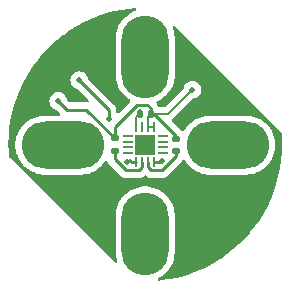
<source format=gbr>
%TF.GenerationSoftware,KiCad,Pcbnew,8.0.2*%
%TF.CreationDate,2024-07-18T23:51:49-05:00*%
%TF.ProjectId,MT6701,4d543637-3031-42e6-9b69-6361645f7063,rev?*%
%TF.SameCoordinates,Original*%
%TF.FileFunction,Copper,L1,Top*%
%TF.FilePolarity,Positive*%
%FSLAX46Y46*%
G04 Gerber Fmt 4.6, Leading zero omitted, Abs format (unit mm)*
G04 Created by KiCad (PCBNEW 8.0.2) date 2024-07-18 23:51:49*
%MOMM*%
%LPD*%
G01*
G04 APERTURE LIST*
G04 Aperture macros list*
%AMRoundRect*
0 Rectangle with rounded corners*
0 $1 Rounding radius*
0 $2 $3 $4 $5 $6 $7 $8 $9 X,Y pos of 4 corners*
0 Add a 4 corners polygon primitive as box body*
4,1,4,$2,$3,$4,$5,$6,$7,$8,$9,$2,$3,0*
0 Add four circle primitives for the rounded corners*
1,1,$1+$1,$2,$3*
1,1,$1+$1,$4,$5*
1,1,$1+$1,$6,$7*
1,1,$1+$1,$8,$9*
0 Add four rect primitives between the rounded corners*
20,1,$1+$1,$2,$3,$4,$5,0*
20,1,$1+$1,$4,$5,$6,$7,0*
20,1,$1+$1,$6,$7,$8,$9,0*
20,1,$1+$1,$8,$9,$2,$3,0*%
G04 Aperture macros list end*
%TA.AperFunction,ComponentPad*%
%ADD10O,7.000000X4.000000*%
%TD*%
%TA.AperFunction,ComponentPad*%
%ADD11O,4.000000X7.000000*%
%TD*%
%TA.AperFunction,SMDPad,CuDef*%
%ADD12RoundRect,0.062500X-0.350000X-0.062500X0.350000X-0.062500X0.350000X0.062500X-0.350000X0.062500X0*%
%TD*%
%TA.AperFunction,SMDPad,CuDef*%
%ADD13RoundRect,0.062500X-0.062500X-0.350000X0.062500X-0.350000X0.062500X0.350000X-0.062500X0.350000X0*%
%TD*%
%TA.AperFunction,HeatsinkPad*%
%ADD14R,1.700000X1.700000*%
%TD*%
%TA.AperFunction,SMDPad,CuDef*%
%ADD15RoundRect,0.135000X-0.185000X0.135000X-0.185000X-0.135000X0.185000X-0.135000X0.185000X0.135000X0*%
%TD*%
%TA.AperFunction,SMDPad,CuDef*%
%ADD16RoundRect,0.140000X0.140000X0.170000X-0.140000X0.170000X-0.140000X-0.170000X0.140000X-0.170000X0*%
%TD*%
%TA.AperFunction,ViaPad*%
%ADD17C,0.500000*%
%TD*%
%TA.AperFunction,Conductor*%
%ADD18C,0.250000*%
%TD*%
%TA.AperFunction,Conductor*%
%ADD19C,0.130000*%
%TD*%
G04 APERTURE END LIST*
D10*
%TO.P,REF\u002A\u002A,1*%
%TO.N,N/C*%
X143000000Y-150050000D03*
D11*
X150000000Y-142550000D03*
X150000000Y-157550000D03*
D10*
X157000000Y-150050000D03*
%TD*%
D12*
%TO.P,U1,1,NC*%
%TO.N,unconnected-(U1-NC-Pad1)*%
X148537500Y-149250000D03*
%TO.P,U1,2,NC*%
%TO.N,unconnected-(U1-NC-Pad2)*%
X148537500Y-149750000D03*
%TO.P,U1,3,NC*%
%TO.N,unconnected-(U1-NC-Pad3)*%
X148537500Y-150250000D03*
%TO.P,U1,4,NC*%
%TO.N,unconnected-(U1-NC-Pad4)*%
X148537500Y-150750000D03*
D13*
%TO.P,U1,5,PUSH*%
%TO.N,Net-(U1-PUSH)*%
X149250000Y-151462500D03*
%TO.P,U1,6,A*%
%TO.N,/SDA{slash}DO*%
X149750000Y-151462500D03*
%TO.P,U1,7,B*%
%TO.N,/SCL{slash}CLK*%
X150250000Y-151462500D03*
%TO.P,U1,8,Z*%
%TO.N,/VDD{slash}CSN*%
X150750000Y-151462500D03*
D12*
%TO.P,U1,9,W*%
%TO.N,unconnected-(U1-W-Pad9)*%
X151462500Y-150750000D03*
%TO.P,U1,10,NC*%
%TO.N,unconnected-(U1-NC-Pad10)*%
X151462500Y-150250000D03*
%TO.P,U1,11,U*%
%TO.N,unconnected-(U1-U-Pad11)*%
X151462500Y-149750000D03*
%TO.P,U1,12,V*%
%TO.N,unconnected-(U1-V-Pad12)*%
X151462500Y-149250000D03*
D13*
%TO.P,U1,13,VDD*%
%TO.N,+5V*%
X150750000Y-148537500D03*
%TO.P,U1,14,MODE*%
X150250000Y-148537500D03*
%TO.P,U1,15,OUT*%
%TO.N,unconnected-(U1-OUT-Pad15)*%
X149750000Y-148537500D03*
%TO.P,U1,16,GND*%
%TO.N,GND*%
X149250000Y-148537500D03*
D14*
%TO.P,U1,17,GND*%
X150000000Y-150000000D03*
%TD*%
D15*
%TO.P,R2,1*%
%TO.N,+5V*%
X147400000Y-149490000D03*
%TO.P,R2,2*%
%TO.N,/SDA{slash}DO*%
X147400000Y-150510000D03*
%TD*%
%TO.P,R1,1*%
%TO.N,+5V*%
X152600000Y-149540000D03*
%TO.P,R1,2*%
%TO.N,/SCL{slash}CLK*%
X152600000Y-150560000D03*
%TD*%
D16*
%TO.P,C1,1*%
%TO.N,+5V*%
X150480000Y-147400000D03*
%TO.P,C1,2*%
%TO.N,GND*%
X149520000Y-147400000D03*
%TD*%
D17*
%TO.N,/SCL{slash}CLK*%
X146900000Y-147850000D03*
X152600000Y-150560000D03*
X144408148Y-144558148D03*
%TO.N,GND*%
X149500000Y-149500000D03*
X146200000Y-142850000D03*
X149591197Y-147241197D03*
X153250000Y-142350000D03*
X140200000Y-146250000D03*
X150500000Y-150500000D03*
X146350000Y-140200000D03*
X150500000Y-149500000D03*
X149771006Y-149987122D03*
%TO.N,/SDA{slash}DO*%
X147400000Y-150510000D03*
%TO.N,/VDD{slash}CSN*%
X151400000Y-151400000D03*
%TO.N,+5V*%
X142640381Y-146325914D03*
X153995098Y-145349976D03*
%TO.N,Net-(U1-PUSH)*%
X148475000Y-151441097D03*
%TD*%
D18*
%TO.N,/SCL{slash}CLK*%
X150250000Y-151462500D02*
X150250000Y-151924740D01*
X146900000Y-147850000D02*
X146900000Y-147050000D01*
X152600000Y-151013174D02*
X152600000Y-150560000D01*
X151413174Y-152200000D02*
X152600000Y-151013174D01*
X150525260Y-152200000D02*
X151413174Y-152200000D01*
X150250000Y-151924740D02*
X150525260Y-152200000D01*
X146900000Y-147050000D02*
X144408148Y-144558148D01*
D19*
%TO.N,GND*%
X149250000Y-148537500D02*
X149250000Y-147670000D01*
X149250000Y-147670000D02*
X149520000Y-147400000D01*
D18*
%TO.N,/SDA{slash}DO*%
X149474740Y-152200000D02*
X149750000Y-151924740D01*
X147400000Y-151249981D02*
X148350019Y-152200000D01*
X147400000Y-150510000D02*
X147400000Y-151249981D01*
X149750000Y-151924740D02*
X149750000Y-151462500D01*
X148350019Y-152200000D02*
X149474740Y-152200000D01*
%TO.N,/VDD{slash}CSN*%
X151337500Y-151462500D02*
X151400000Y-151400000D01*
X150750000Y-151462500D02*
X151337500Y-151462500D01*
%TO.N,+5V*%
X150480000Y-146930000D02*
X150480000Y-147400000D01*
X147400000Y-148548510D02*
X149332313Y-146616197D01*
D19*
X150250000Y-147630000D02*
X150480000Y-147400000D01*
X150250000Y-148537500D02*
X150250000Y-147630000D01*
D18*
X142640381Y-146340381D02*
X142640381Y-146325914D01*
X150729999Y-147400000D02*
X150480000Y-147400000D01*
X143350000Y-147050000D02*
X142640381Y-146340381D01*
D19*
X151950000Y-147400000D02*
X153995098Y-145354902D01*
X150250000Y-148537500D02*
X150750000Y-148537500D01*
D18*
X150166197Y-146616197D02*
X150480000Y-146930000D01*
X144960000Y-147050000D02*
X143350000Y-147050000D01*
X152600000Y-149270001D02*
X150729999Y-147400000D01*
X147400000Y-149490000D02*
X147400000Y-148548510D01*
X147400000Y-149490000D02*
X144960000Y-147050000D01*
D19*
X150480000Y-147400000D02*
X151950000Y-147400000D01*
D18*
X149332313Y-146616197D02*
X150166197Y-146616197D01*
D19*
X153995098Y-145354902D02*
X153995098Y-145349976D01*
D18*
X152600000Y-149540000D02*
X152600000Y-149270001D01*
%TO.N,Net-(U1-PUSH)*%
X149250000Y-151462500D02*
X148837501Y-151462500D01*
X148837501Y-151462500D02*
X148650000Y-151274999D01*
%TD*%
%TA.AperFunction,Conductor*%
%TO.N,GND*%
G36*
X149194624Y-138461635D02*
G01*
X149244842Y-138510215D01*
X149260824Y-138578232D01*
X149237496Y-138644092D01*
X149182264Y-138686885D01*
X149177966Y-138688479D01*
X149041585Y-138736201D01*
X148788557Y-138858053D01*
X148550753Y-139007476D01*
X148331175Y-139182583D01*
X148132583Y-139381175D01*
X147957476Y-139600753D01*
X147808053Y-139838557D01*
X147686200Y-140091588D01*
X147593443Y-140356670D01*
X147593439Y-140356682D01*
X147530945Y-140630487D01*
X147530942Y-140630505D01*
X147499500Y-140909568D01*
X147499500Y-144190431D01*
X147530942Y-144469494D01*
X147530945Y-144469512D01*
X147593439Y-144743317D01*
X147593443Y-144743329D01*
X147686200Y-145008411D01*
X147808053Y-145261442D01*
X147808055Y-145261445D01*
X147957477Y-145499248D01*
X148132584Y-145718825D01*
X148331175Y-145917416D01*
X148550752Y-146092523D01*
X148609809Y-146129631D01*
X148677420Y-146172114D01*
X148723711Y-146224449D01*
X148734359Y-146293502D01*
X148705984Y-146357351D01*
X148699129Y-146364789D01*
X147737181Y-147326738D01*
X147675858Y-147360223D01*
X147606167Y-147355239D01*
X147550233Y-147313367D01*
X147525816Y-147247903D01*
X147525500Y-147239057D01*
X147525500Y-146988390D01*
X147522559Y-146973608D01*
X147522557Y-146973602D01*
X147501463Y-146867549D01*
X147492408Y-146845689D01*
X147472924Y-146798649D01*
X147454312Y-146753715D01*
X147450191Y-146747548D01*
X147403589Y-146677803D01*
X147403589Y-146677802D01*
X147403586Y-146677799D01*
X147385863Y-146651273D01*
X147385862Y-146651272D01*
X147385860Y-146651270D01*
X147385858Y-146651267D01*
X147298733Y-146564142D01*
X147298732Y-146564141D01*
X147295621Y-146561030D01*
X147295606Y-146561016D01*
X145175121Y-144440531D01*
X145145760Y-144393804D01*
X145144461Y-144390091D01*
X145144461Y-144390089D01*
X145088604Y-144230458D01*
X145088603Y-144230455D01*
X145088600Y-144230450D01*
X144998629Y-144087263D01*
X144998624Y-144087257D01*
X144879038Y-143967671D01*
X144879032Y-143967666D01*
X144735845Y-143877695D01*
X144735842Y-143877693D01*
X144576204Y-143821833D01*
X144408151Y-143802899D01*
X144408145Y-143802899D01*
X144240091Y-143821833D01*
X144080453Y-143877693D01*
X144080450Y-143877695D01*
X143937263Y-143967666D01*
X143937257Y-143967671D01*
X143817671Y-144087257D01*
X143817666Y-144087263D01*
X143727695Y-144230450D01*
X143727693Y-144230453D01*
X143671833Y-144390091D01*
X143652899Y-144558145D01*
X143652899Y-144558150D01*
X143671833Y-144726204D01*
X143727693Y-144885842D01*
X143727695Y-144885845D01*
X143817666Y-145029032D01*
X143817671Y-145029038D01*
X143937257Y-145148624D01*
X143937263Y-145148629D01*
X144080450Y-145238600D01*
X144080455Y-145238603D01*
X144080458Y-145238604D01*
X144240089Y-145294461D01*
X144240092Y-145294461D01*
X144243804Y-145295760D01*
X144290531Y-145325121D01*
X145192314Y-146226904D01*
X145225799Y-146288227D01*
X145220815Y-146357919D01*
X145178943Y-146413852D01*
X145113479Y-146438269D01*
X145080443Y-146436203D01*
X145068085Y-146433745D01*
X145068085Y-146433744D01*
X145068083Y-146433744D01*
X145021611Y-146424500D01*
X145021607Y-146424500D01*
X145021606Y-146424500D01*
X143660452Y-146424500D01*
X143593413Y-146404815D01*
X143572771Y-146388181D01*
X143411724Y-146227134D01*
X143378239Y-146165811D01*
X143377537Y-146161546D01*
X143376696Y-146157860D01*
X143348765Y-146078039D01*
X143320837Y-145998224D01*
X143320836Y-145998223D01*
X143320835Y-145998219D01*
X143320833Y-145998216D01*
X143230862Y-145855029D01*
X143230857Y-145855023D01*
X143111271Y-145735437D01*
X143111265Y-145735432D01*
X142968078Y-145645461D01*
X142968075Y-145645459D01*
X142808437Y-145589599D01*
X142640384Y-145570665D01*
X142640378Y-145570665D01*
X142472324Y-145589599D01*
X142312686Y-145645459D01*
X142312683Y-145645461D01*
X142169496Y-145735432D01*
X142169490Y-145735437D01*
X142049904Y-145855023D01*
X142049899Y-145855029D01*
X141959928Y-145998216D01*
X141959926Y-145998219D01*
X141904066Y-146157857D01*
X141885132Y-146325911D01*
X141885132Y-146325916D01*
X141904066Y-146493970D01*
X141959926Y-146653608D01*
X141959928Y-146653611D01*
X142049899Y-146796798D01*
X142049904Y-146796804D01*
X142169490Y-146916390D01*
X142169496Y-146916395D01*
X142312683Y-147006366D01*
X142312689Y-147006369D01*
X142312691Y-147006370D01*
X142453785Y-147055740D01*
X142500511Y-147085101D01*
X142753229Y-147337819D01*
X142786714Y-147399142D01*
X142781730Y-147468834D01*
X142739858Y-147524767D01*
X142674394Y-147549184D01*
X142665548Y-147549500D01*
X141359568Y-147549500D01*
X141080505Y-147580942D01*
X141080487Y-147580945D01*
X140806682Y-147643439D01*
X140806670Y-147643443D01*
X140541588Y-147736200D01*
X140288557Y-147858053D01*
X140050753Y-148007476D01*
X139831175Y-148182583D01*
X139632583Y-148381175D01*
X139457476Y-148600753D01*
X139308053Y-148838557D01*
X139186200Y-149091588D01*
X139093443Y-149356670D01*
X139093439Y-149356682D01*
X139030945Y-149630487D01*
X139030942Y-149630505D01*
X138999500Y-149909568D01*
X138999500Y-150190431D01*
X139030942Y-150469494D01*
X139030945Y-150469512D01*
X139093439Y-150743317D01*
X139093443Y-150743329D01*
X139186200Y-151008411D01*
X139308053Y-151261442D01*
X139308055Y-151261445D01*
X139457477Y-151499248D01*
X139632584Y-151718825D01*
X139831175Y-151917416D01*
X140050752Y-152092523D01*
X140288555Y-152241945D01*
X140541592Y-152363801D01*
X140740680Y-152433465D01*
X140806670Y-152456556D01*
X140806682Y-152456560D01*
X141080491Y-152519055D01*
X141080497Y-152519055D01*
X141080505Y-152519057D01*
X141266547Y-152540018D01*
X141359569Y-152550499D01*
X141359572Y-152550500D01*
X141359575Y-152550500D01*
X144640428Y-152550500D01*
X144640429Y-152550499D01*
X144783055Y-152534429D01*
X144919494Y-152519057D01*
X144919499Y-152519056D01*
X144919509Y-152519055D01*
X145193318Y-152456560D01*
X145458408Y-152363801D01*
X145711445Y-152241945D01*
X145949248Y-152092523D01*
X146168825Y-151917416D01*
X146367416Y-151718825D01*
X146542523Y-151499248D01*
X146585801Y-151430370D01*
X146638132Y-151384082D01*
X146707186Y-151373433D01*
X146771035Y-151401808D01*
X146805352Y-151448887D01*
X146810619Y-151461601D01*
X146810621Y-151461607D01*
X146845685Y-151546262D01*
X146845687Y-151546265D01*
X146869865Y-151582449D01*
X146869866Y-151582451D01*
X146914141Y-151648713D01*
X146914144Y-151648717D01*
X147005586Y-151740159D01*
X147005608Y-151740179D01*
X147861035Y-152595606D01*
X147861064Y-152595637D01*
X147951283Y-152685856D01*
X147951286Y-152685858D01*
X148028209Y-152737256D01*
X148053729Y-152754309D01*
X148053731Y-152754310D01*
X148053734Y-152754312D01*
X148120415Y-152781931D01*
X148120417Y-152781933D01*
X148160659Y-152798601D01*
X148167567Y-152801463D01*
X148227990Y-152813481D01*
X148288412Y-152825500D01*
X149536347Y-152825500D01*
X149596769Y-152813481D01*
X149657192Y-152801463D01*
X149657195Y-152801461D01*
X149657198Y-152801461D01*
X149690527Y-152787654D01*
X149690526Y-152787654D01*
X149690532Y-152787652D01*
X149771026Y-152754312D01*
X149822249Y-152720084D01*
X149873473Y-152685858D01*
X149912318Y-152647012D01*
X149973638Y-152613527D01*
X150043330Y-152618510D01*
X150087680Y-152647012D01*
X150126525Y-152685857D01*
X150177750Y-152720084D01*
X150228974Y-152754311D01*
X150342808Y-152801463D01*
X150463648Y-152825499D01*
X150463652Y-152825500D01*
X150463653Y-152825500D01*
X151474781Y-152825500D01*
X151535203Y-152813481D01*
X151595626Y-152801463D01*
X151595629Y-152801461D01*
X151595632Y-152801461D01*
X151628961Y-152787654D01*
X151628960Y-152787654D01*
X151628966Y-152787652D01*
X151709460Y-152754312D01*
X151760683Y-152720084D01*
X151811907Y-152685858D01*
X151899032Y-152598733D01*
X151899032Y-152598731D01*
X151909240Y-152588524D01*
X151909241Y-152588521D01*
X153085857Y-151411908D01*
X153089579Y-151406337D01*
X153093221Y-151400889D01*
X153142794Y-151326697D01*
X153196406Y-151281892D01*
X153265731Y-151273185D01*
X153328758Y-151303339D01*
X153350889Y-151329615D01*
X153457477Y-151499248D01*
X153632584Y-151718825D01*
X153831175Y-151917416D01*
X154050752Y-152092523D01*
X154288555Y-152241945D01*
X154541592Y-152363801D01*
X154740680Y-152433465D01*
X154806670Y-152456556D01*
X154806682Y-152456560D01*
X155080491Y-152519055D01*
X155080497Y-152519055D01*
X155080505Y-152519057D01*
X155266547Y-152540018D01*
X155359569Y-152550499D01*
X155359572Y-152550500D01*
X155359575Y-152550500D01*
X158640428Y-152550500D01*
X158640429Y-152550499D01*
X158783055Y-152534429D01*
X158919494Y-152519057D01*
X158919499Y-152519056D01*
X158919509Y-152519055D01*
X159193318Y-152456560D01*
X159458408Y-152363801D01*
X159711445Y-152241945D01*
X159949248Y-152092523D01*
X160168825Y-151917416D01*
X160367416Y-151718825D01*
X160542523Y-151499248D01*
X160691945Y-151261445D01*
X160813801Y-151008408D01*
X160906560Y-150743318D01*
X160969055Y-150469509D01*
X161000500Y-150190425D01*
X161000500Y-149909575D01*
X160971321Y-149650599D01*
X160969057Y-149630505D01*
X160969054Y-149630487D01*
X160957617Y-149580380D01*
X160906560Y-149356682D01*
X160813801Y-149091592D01*
X160691945Y-148838555D01*
X160542523Y-148600752D01*
X160367416Y-148381175D01*
X160168825Y-148182584D01*
X159949248Y-148007477D01*
X159721008Y-147864064D01*
X159711442Y-147858053D01*
X159458411Y-147736200D01*
X159193329Y-147643443D01*
X159193317Y-147643439D01*
X158919512Y-147580945D01*
X158919494Y-147580942D01*
X158640431Y-147549500D01*
X158640425Y-147549500D01*
X155359575Y-147549500D01*
X155359568Y-147549500D01*
X155080505Y-147580942D01*
X155080487Y-147580945D01*
X154806682Y-147643439D01*
X154806670Y-147643443D01*
X154541588Y-147736200D01*
X154288557Y-147858053D01*
X154050753Y-148007476D01*
X153831175Y-148182583D01*
X153632583Y-148381175D01*
X153457476Y-148600753D01*
X153309301Y-148836571D01*
X153256966Y-148882862D01*
X153187912Y-148893510D01*
X153141186Y-148877331D01*
X153034099Y-148814000D01*
X153009536Y-148794946D01*
X152995637Y-148781046D01*
X152995606Y-148781017D01*
X152265601Y-148051012D01*
X152232116Y-147989689D01*
X152237100Y-147919997D01*
X152278972Y-147864064D01*
X152291286Y-147855942D01*
X152293054Y-147854920D01*
X152297225Y-147852513D01*
X154020107Y-146129629D01*
X154081428Y-146096146D01*
X154093904Y-146094092D01*
X154163151Y-146086290D01*
X154163154Y-146086289D01*
X154163157Y-146086289D01*
X154322788Y-146030432D01*
X154322790Y-146030430D01*
X154322792Y-146030430D01*
X154322795Y-146030428D01*
X154465982Y-145940457D01*
X154465983Y-145940456D01*
X154465988Y-145940453D01*
X154585575Y-145820866D01*
X154675550Y-145677673D01*
X154675552Y-145677670D01*
X154675552Y-145677668D01*
X154675554Y-145677666D01*
X154731411Y-145518035D01*
X154731411Y-145518034D01*
X154731412Y-145518032D01*
X154750347Y-145349978D01*
X154750347Y-145349973D01*
X154731412Y-145181919D01*
X154700958Y-145094889D01*
X154675554Y-145022286D01*
X154675553Y-145022285D01*
X154675552Y-145022281D01*
X154675550Y-145022278D01*
X154585579Y-144879091D01*
X154585574Y-144879085D01*
X154465988Y-144759499D01*
X154465982Y-144759494D01*
X154322795Y-144669523D01*
X154322792Y-144669521D01*
X154163154Y-144613661D01*
X153995101Y-144594727D01*
X153995095Y-144594727D01*
X153827041Y-144613661D01*
X153667403Y-144669521D01*
X153667400Y-144669523D01*
X153524213Y-144759494D01*
X153524207Y-144759499D01*
X153404621Y-144879085D01*
X153404616Y-144879091D01*
X153314645Y-145022278D01*
X153314642Y-145022283D01*
X153258785Y-145181917D01*
X153249730Y-145262274D01*
X153222662Y-145326687D01*
X153214191Y-145336069D01*
X151752081Y-146798181D01*
X151690758Y-146831666D01*
X151664400Y-146834500D01*
X151199804Y-146834500D01*
X151132765Y-146814815D01*
X151087010Y-146762011D01*
X151082363Y-146749721D01*
X151034314Y-146633720D01*
X151034307Y-146633707D01*
X150965859Y-146531269D01*
X150965858Y-146531267D01*
X150965854Y-146531263D01*
X150965322Y-146530614D01*
X150965147Y-146530203D01*
X150962474Y-146526202D01*
X150963232Y-146525695D01*
X150938005Y-146466306D01*
X150949791Y-146397438D01*
X150996940Y-146345874D01*
X151007369Y-146340223D01*
X151211439Y-146241948D01*
X151211439Y-146241947D01*
X151211445Y-146241945D01*
X151449248Y-146092523D01*
X151668825Y-145917416D01*
X151867416Y-145718825D01*
X152042523Y-145499248D01*
X152191945Y-145261445D01*
X152313801Y-145008408D01*
X152406560Y-144743318D01*
X152469055Y-144469509D01*
X152478004Y-144390089D01*
X152495989Y-144230458D01*
X152500500Y-144190425D01*
X152500500Y-140909575D01*
X152469055Y-140630491D01*
X152406560Y-140356682D01*
X152320351Y-140110313D01*
X152316790Y-140040536D01*
X152351518Y-139979909D01*
X152413511Y-139947681D01*
X152483087Y-139954086D01*
X152525074Y-139981679D01*
X161511077Y-148967682D01*
X161544562Y-149029005D01*
X161547008Y-149045557D01*
X161569780Y-149332622D01*
X161570118Y-149338922D01*
X161588974Y-150005465D01*
X161588969Y-150012672D01*
X161569081Y-150678784D01*
X161568656Y-150685979D01*
X161510104Y-151349766D01*
X161509263Y-151356924D01*
X161412239Y-152016223D01*
X161410983Y-152023319D01*
X161275821Y-152675861D01*
X161274154Y-152682873D01*
X161101311Y-153326450D01*
X161099240Y-153333354D01*
X160889298Y-153965797D01*
X160886830Y-153972568D01*
X160640494Y-154591761D01*
X160637636Y-154598378D01*
X160355745Y-155202202D01*
X160352508Y-155208641D01*
X160036012Y-155795069D01*
X160032406Y-155801310D01*
X159682363Y-156368375D01*
X159678400Y-156374395D01*
X159296023Y-156920137D01*
X159291718Y-156925917D01*
X158878264Y-157448542D01*
X158873630Y-157454062D01*
X158430519Y-157951774D01*
X158425572Y-157957015D01*
X157954284Y-158428150D01*
X157949041Y-158433096D01*
X157451177Y-158876054D01*
X157445655Y-158880686D01*
X156922915Y-159293955D01*
X156917134Y-159298259D01*
X156371237Y-159680481D01*
X156365215Y-159684441D01*
X155798064Y-160034282D01*
X155791823Y-160037886D01*
X155205278Y-160354200D01*
X155198837Y-160357435D01*
X154594934Y-160639123D01*
X154588317Y-160641979D01*
X153969038Y-160888117D01*
X153962266Y-160890583D01*
X153329755Y-161100320D01*
X153322851Y-161102389D01*
X152679206Y-161275026D01*
X152672193Y-161276690D01*
X152019621Y-161411639D01*
X152012524Y-161412893D01*
X151353196Y-161509702D01*
X151346037Y-161510541D01*
X151175774Y-161525504D01*
X151107269Y-161511764D01*
X151057067Y-161463168D01*
X151041107Y-161395146D01*
X151064457Y-161329293D01*
X151111118Y-161290260D01*
X151211439Y-161241948D01*
X151211439Y-161241947D01*
X151211445Y-161241945D01*
X151449248Y-161092523D01*
X151668825Y-160917416D01*
X151867416Y-160718825D01*
X152042523Y-160499248D01*
X152191945Y-160261445D01*
X152313801Y-160008408D01*
X152406560Y-159743318D01*
X152469055Y-159469509D01*
X152500500Y-159190425D01*
X152500500Y-155909575D01*
X152469055Y-155630491D01*
X152406560Y-155356682D01*
X152313801Y-155091592D01*
X152191945Y-154838555D01*
X152042523Y-154600752D01*
X151867416Y-154381175D01*
X151668825Y-154182584D01*
X151449248Y-154007477D01*
X151211445Y-153858055D01*
X151211442Y-153858053D01*
X150958411Y-153736200D01*
X150693329Y-153643443D01*
X150693317Y-153643439D01*
X150419512Y-153580945D01*
X150419494Y-153580942D01*
X150140431Y-153549500D01*
X150140425Y-153549500D01*
X149859575Y-153549500D01*
X149859568Y-153549500D01*
X149580505Y-153580942D01*
X149580487Y-153580945D01*
X149306682Y-153643439D01*
X149306670Y-153643443D01*
X149041588Y-153736200D01*
X148788557Y-153858053D01*
X148550753Y-154007476D01*
X148331175Y-154182583D01*
X148132583Y-154381175D01*
X147957476Y-154600753D01*
X147808053Y-154838557D01*
X147686200Y-155091588D01*
X147593443Y-155356670D01*
X147593439Y-155356682D01*
X147530945Y-155630487D01*
X147530942Y-155630505D01*
X147499500Y-155909568D01*
X147499500Y-159190431D01*
X147530942Y-159469494D01*
X147530945Y-159469512D01*
X147593439Y-159743317D01*
X147593440Y-159743319D01*
X147627661Y-159841117D01*
X147631222Y-159910895D01*
X147596493Y-159971523D01*
X147534500Y-160003750D01*
X147464924Y-159997345D01*
X147422938Y-159969752D01*
X138489230Y-151036044D01*
X138455745Y-150974721D01*
X138453303Y-150958209D01*
X138451362Y-150933841D01*
X138430435Y-150671117D01*
X138430097Y-150664884D01*
X138411023Y-149998278D01*
X138411026Y-149991080D01*
X138411728Y-149967322D01*
X138430699Y-149324960D01*
X138431120Y-149317786D01*
X138450999Y-149091588D01*
X138489461Y-148653931D01*
X138490293Y-148646837D01*
X138587111Y-147987441D01*
X138588354Y-147980411D01*
X138723312Y-147327793D01*
X138724973Y-147320793D01*
X138726965Y-147313367D01*
X138897616Y-146677126D01*
X138899672Y-146670266D01*
X139109419Y-146037724D01*
X139111882Y-146030961D01*
X139147856Y-145940452D01*
X139358026Y-145411667D01*
X139360869Y-145405080D01*
X139642575Y-144801138D01*
X139645786Y-144794745D01*
X139962129Y-144208147D01*
X139965699Y-144201964D01*
X140315573Y-143634759D01*
X140319502Y-143628785D01*
X140701744Y-143082858D01*
X140706044Y-143077084D01*
X141119338Y-142554313D01*
X141123919Y-142548852D01*
X141566922Y-142050937D01*
X141571849Y-142045715D01*
X142042984Y-141574427D01*
X142048210Y-141569493D01*
X142545948Y-141126359D01*
X142551446Y-141121744D01*
X143074093Y-140708272D01*
X143079851Y-140703983D01*
X143625612Y-140321593D01*
X143631615Y-140317641D01*
X144198698Y-139967587D01*
X144204920Y-139963992D01*
X144791368Y-139647485D01*
X144797786Y-139644259D01*
X145401652Y-139362349D01*
X145408207Y-139359518D01*
X146027453Y-139113160D01*
X146034179Y-139110709D01*
X146666674Y-138900750D01*
X146673528Y-138898694D01*
X147317126Y-138725844D01*
X147324128Y-138724180D01*
X147976692Y-138589013D01*
X147983763Y-138587762D01*
X148643085Y-138490734D01*
X148650223Y-138489896D01*
X149126116Y-138447918D01*
X149194624Y-138461635D01*
G37*
%TD.AperFunction*%
%TA.AperFunction,Conductor*%
G36*
X150032514Y-149434501D02*
G01*
X150032674Y-149433905D01*
X150040524Y-149436008D01*
X150040526Y-149436008D01*
X150040528Y-149436009D01*
X150150599Y-149450500D01*
X150349400Y-149450499D01*
X150419623Y-149441254D01*
X150488654Y-149452019D01*
X150540910Y-149498399D01*
X150559796Y-149565668D01*
X150558744Y-149580377D01*
X150549500Y-149650596D01*
X150549500Y-149849403D01*
X150563989Y-149959468D01*
X150566094Y-149967322D01*
X150562814Y-149968200D01*
X150568581Y-150022073D01*
X150565517Y-150032522D01*
X150566095Y-150032677D01*
X150563990Y-150040529D01*
X150549500Y-150150598D01*
X150549500Y-150349403D01*
X150558744Y-150419622D01*
X150547977Y-150488657D01*
X150501596Y-150540912D01*
X150434327Y-150559796D01*
X150419620Y-150558744D01*
X150349402Y-150549500D01*
X150150596Y-150549500D01*
X150040531Y-150563989D01*
X150032678Y-150566094D01*
X150031802Y-150562824D01*
X149977853Y-150568567D01*
X149967477Y-150565518D01*
X149967323Y-150566095D01*
X149959470Y-150563990D01*
X149849401Y-150549500D01*
X149650604Y-150549500D01*
X149580377Y-150558745D01*
X149511341Y-150547977D01*
X149459087Y-150501596D01*
X149440203Y-150434327D01*
X149441255Y-150419622D01*
X149450500Y-150349401D01*
X149450499Y-150150600D01*
X149436009Y-150040528D01*
X149436008Y-150040525D01*
X149433905Y-150032674D01*
X149437207Y-150031789D01*
X149431392Y-149978075D01*
X149434501Y-149967485D01*
X149433905Y-149967326D01*
X149436008Y-149959475D01*
X149436008Y-149959474D01*
X149436009Y-149959472D01*
X149450500Y-149849401D01*
X149450499Y-149650600D01*
X149441254Y-149580375D01*
X149452019Y-149511344D01*
X149498399Y-149459088D01*
X149565668Y-149440203D01*
X149580371Y-149441254D01*
X149650599Y-149450500D01*
X149849400Y-149450499D01*
X149849401Y-149450499D01*
X149866087Y-149448302D01*
X149959472Y-149436009D01*
X149959475Y-149436007D01*
X149967326Y-149433905D01*
X149968210Y-149437207D01*
X150021925Y-149431392D01*
X150032514Y-149434501D01*
G37*
%TD.AperFunction*%
%TD*%
M02*

</source>
